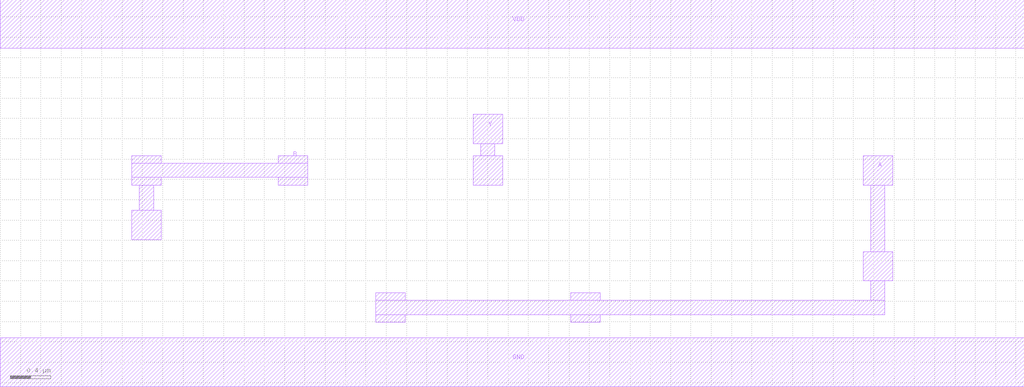
<source format=lef>
MACRO XNOR2X1
 CLASS CORE ;
 FOREIGN XNOR2X1 0 0 ;
 ORIGIN 0 0 ;
 SYMMETRY X Y R90 ;
 SITE CORE ;
  PIN VDD
   DIRECTION INOUT ;
   USE SIGNAL ;
   SHAPE ABUTMENT ;
    PORT
     CLASS CORE ;
       LAYER metal2 ;
        RECT 0.00000000 3.09000000 10.08000000 3.57000000 ;
    END
  END VDD

  PIN GND
   DIRECTION INOUT ;
   USE SIGNAL ;
   SHAPE ABUTMENT ;
    PORT
     CLASS CORE ;
       LAYER metal2 ;
        RECT 0.00000000 -0.24000000 10.08000000 0.24000000 ;
    END
  END GND

  PIN Y
   DIRECTION INOUT ;
   USE SIGNAL ;
   SHAPE ABUTMENT ;
    PORT
     CLASS CORE ;
       LAYER metal2 ;
        RECT 4.65500000 1.74500000 4.94500000 2.03500000 ;
        RECT 4.73000000 2.03500000 4.87000000 2.15000000 ;
        RECT 4.65500000 2.15000000 4.94500000 2.44000000 ;
    END
  END Y

  PIN A
   DIRECTION INOUT ;
   USE SIGNAL ;
   SHAPE ABUTMENT ;
    PORT
     CLASS CORE ;
       LAYER metal2 ;
        RECT 3.69500000 0.39500000 3.98500000 0.47000000 ;
        RECT 5.61500000 0.39500000 5.90500000 0.47000000 ;
        RECT 3.69500000 0.47000000 8.71000000 0.61000000 ;
        RECT 3.69500000 0.61000000 3.98500000 0.68500000 ;
        RECT 5.61500000 0.61000000 5.90500000 0.68500000 ;
        RECT 8.57000000 0.61000000 8.71000000 0.80000000 ;
        RECT 8.49500000 0.80000000 8.78500000 1.09000000 ;
        RECT 8.57000000 1.09000000 8.71000000 1.74500000 ;
        RECT 8.49500000 1.74500000 8.78500000 2.03500000 ;
    END
  END A

  PIN B
   DIRECTION INOUT ;
   USE SIGNAL ;
   SHAPE ABUTMENT ;
    PORT
     CLASS CORE ;
       LAYER metal2 ;
        RECT 1.29500000 1.20500000 1.58500000 1.49500000 ;
        RECT 1.37000000 1.49500000 1.51000000 1.74500000 ;
        RECT 1.29500000 1.74500000 1.58500000 1.82000000 ;
        RECT 2.73500000 1.74500000 3.02500000 1.82000000 ;
        RECT 1.29500000 1.82000000 3.02500000 1.96000000 ;
        RECT 1.29500000 1.96000000 1.58500000 2.03500000 ;
        RECT 2.73500000 1.96000000 3.02500000 2.03500000 ;
    END
  END B


END XNOR2X1

</source>
